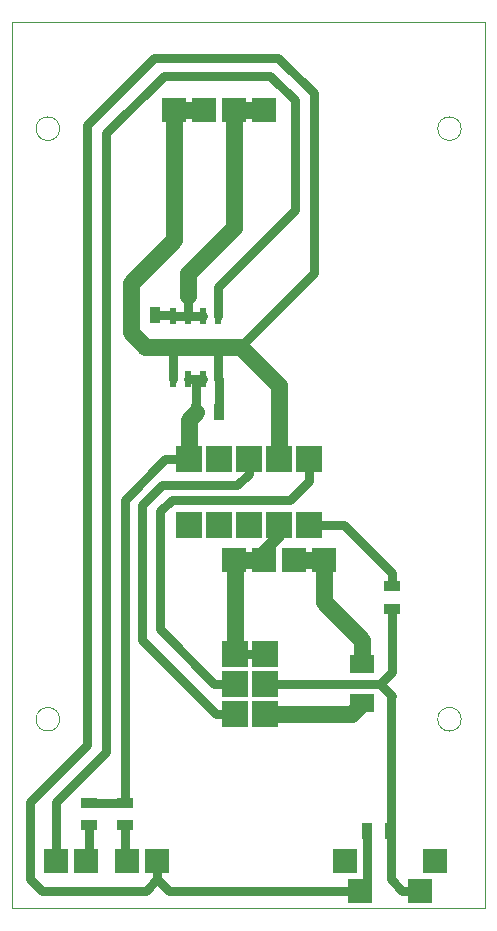
<source format=gbr>
G04 (created by PCBNEW (2013-07-07 BZR 4022)-stable) date 27/08/2014 13:54:50*
%MOIN*%
G04 Gerber Fmt 3.4, Leading zero omitted, Abs format*
%FSLAX34Y34*%
G01*
G70*
G90*
G04 APERTURE LIST*
%ADD10C,0.00393701*%
%ADD11R,0.0787402X0.0787402*%
%ADD12R,0.0866142X0.0866142*%
%ADD13R,0.0236X0.0551*%
%ADD14R,0.055X0.035*%
%ADD15R,0.035X0.055*%
%ADD16R,0.08X0.06*%
%ADD17C,0.0314961*%
%ADD18C,0.0551181*%
%ADD19C,0.0393701*%
G04 APERTURE END LIST*
G54D10*
X14960Y25984D02*
G75*
G03X14960Y25984I-393J0D01*
G74*
G01*
X1574Y25984D02*
G75*
G03X1574Y25984I-393J0D01*
G74*
G01*
X1574Y6299D02*
G75*
G03X1574Y6299I-393J0D01*
G74*
G01*
X14960Y6299D02*
G75*
G03X14960Y6299I-393J0D01*
G74*
G01*
X15748Y29527D02*
X15748Y0D01*
X0Y29527D02*
X15748Y29527D01*
X0Y0D02*
X0Y29527D01*
X15748Y0D02*
X0Y0D01*
G54D11*
X3830Y1574D03*
X4830Y1574D03*
G54D12*
X8413Y8480D03*
X7413Y8480D03*
X8413Y7480D03*
X7413Y7480D03*
X8413Y6480D03*
X7413Y6480D03*
G54D13*
X5352Y19750D03*
X5352Y17650D03*
X5852Y19750D03*
X6352Y19750D03*
X6852Y19750D03*
X5852Y17650D03*
X6352Y17650D03*
X6852Y17650D03*
G54D14*
X12637Y9979D03*
X12637Y10729D03*
G54D15*
X11829Y2559D03*
X12579Y2559D03*
X4745Y19763D03*
X3995Y19763D03*
X6121Y16535D03*
X6871Y16535D03*
G54D14*
X2559Y3524D03*
X2559Y2774D03*
X3740Y3524D03*
X3740Y2774D03*
G54D11*
X2468Y1574D03*
X1468Y1574D03*
G54D12*
X9874Y12760D03*
X8874Y12760D03*
X7874Y12760D03*
X6874Y12760D03*
X5874Y12760D03*
X5874Y14960D03*
X6874Y14960D03*
X7874Y14960D03*
X8874Y14960D03*
X9874Y14960D03*
G54D16*
X11653Y8126D03*
X11653Y6826D03*
G54D11*
X5374Y26594D03*
X7374Y11594D03*
X6374Y26594D03*
X8374Y11594D03*
X7374Y26594D03*
X8374Y26594D03*
X9374Y11594D03*
X10374Y11594D03*
X13598Y590D03*
X11598Y590D03*
X11098Y1590D03*
X14098Y1590D03*
G54D17*
X5078Y14960D02*
X3740Y13622D01*
X5874Y14960D02*
X5078Y14960D01*
X3740Y13622D02*
X3740Y3524D01*
X6352Y17650D02*
X6152Y17650D01*
X6152Y17650D02*
X6121Y17619D01*
X6121Y16535D02*
X6121Y17619D01*
X6089Y17650D02*
X5852Y17650D01*
X6121Y17619D02*
X6089Y17650D01*
G54D18*
X5874Y14960D02*
X5874Y16288D01*
X5874Y16288D02*
X6121Y16535D01*
G54D17*
X3740Y3524D02*
X2559Y3524D01*
G54D18*
X8413Y6480D02*
X11307Y6480D01*
X11307Y6480D02*
X11653Y6826D01*
G54D17*
X12618Y3149D02*
X12618Y964D01*
X12618Y964D02*
X12992Y590D01*
X12618Y7106D02*
X12618Y3149D01*
X12618Y3149D02*
X12618Y2597D01*
X12618Y2597D02*
X12579Y2559D01*
X13598Y590D02*
X12992Y590D01*
X12637Y7086D02*
X12618Y7106D01*
X12618Y7106D02*
X12244Y7480D01*
X8413Y7480D02*
X12244Y7480D01*
X12637Y7874D02*
X12637Y9979D01*
X12244Y7480D02*
X12637Y7874D01*
X13598Y590D02*
X13346Y590D01*
X7413Y6480D02*
X6787Y6480D01*
X7874Y14488D02*
X7874Y14960D01*
X7480Y14094D02*
X7874Y14488D01*
X5000Y14094D02*
X7480Y14094D01*
X4330Y13425D02*
X5000Y14094D01*
X4330Y8937D02*
X4330Y13425D01*
X6787Y6480D02*
X4330Y8937D01*
X7413Y7480D02*
X6732Y7480D01*
X9874Y14244D02*
X9874Y14960D01*
X9251Y13622D02*
X9874Y14244D01*
X5314Y13622D02*
X9251Y13622D01*
X4921Y13228D02*
X5314Y13622D01*
X4921Y9291D02*
X4921Y13228D01*
X6732Y7480D02*
X4921Y9291D01*
G54D19*
X8374Y11594D02*
X8374Y11917D01*
X8874Y12417D02*
X8874Y12760D01*
X8374Y11917D02*
X8874Y12417D01*
G54D17*
X4830Y984D02*
X5224Y590D01*
X5224Y590D02*
X11598Y590D01*
X11598Y590D02*
X11829Y821D01*
X11829Y821D02*
X11829Y2559D01*
X4830Y1574D02*
X4830Y984D01*
X4830Y984D02*
X4437Y590D01*
X4437Y590D02*
X984Y590D01*
X984Y590D02*
X590Y984D01*
X590Y984D02*
X590Y3543D01*
X590Y3543D02*
X2500Y5452D01*
X2500Y5452D02*
X2500Y26122D01*
X2500Y26122D02*
X4724Y28346D01*
X4724Y28346D02*
X8858Y28346D01*
X8858Y28346D02*
X10039Y27165D01*
X10039Y27165D02*
X10039Y21181D01*
X10039Y21181D02*
X7578Y18720D01*
X7413Y8480D02*
X8413Y8480D01*
X6871Y16535D02*
X6871Y17632D01*
X6871Y17632D02*
X6852Y17650D01*
X6852Y17650D02*
X6852Y18720D01*
X5352Y17650D02*
X5352Y18720D01*
G54D18*
X3957Y19448D02*
X3957Y20847D01*
X3957Y19191D02*
X3957Y19448D01*
X3957Y19448D02*
X3957Y19726D01*
X7413Y8480D02*
X7413Y11555D01*
X7413Y11555D02*
X7374Y11594D01*
X8413Y11555D02*
X8374Y11594D01*
X7578Y18720D02*
X6852Y18720D01*
X8874Y17425D02*
X7578Y18720D01*
X8874Y16456D02*
X8874Y17425D01*
X6852Y18720D02*
X5352Y18720D01*
X5352Y18720D02*
X4429Y18720D01*
X4429Y18720D02*
X3957Y19191D01*
X5374Y22263D02*
X3957Y20847D01*
X5374Y26594D02*
X5374Y22263D01*
X8874Y14960D02*
X8874Y16456D01*
X5374Y26594D02*
X6374Y26594D01*
X8374Y11594D02*
X7374Y11594D01*
G54D17*
X2559Y2774D02*
X2559Y1665D01*
X2559Y1862D02*
X2468Y1771D01*
X12637Y10729D02*
X12637Y11181D01*
X11058Y12760D02*
X9874Y12760D01*
X12637Y11181D02*
X11058Y12760D01*
X5852Y19750D02*
X5852Y20379D01*
G54D18*
X7374Y22688D02*
X5866Y21181D01*
X5866Y21181D02*
X5866Y20393D01*
X7374Y22688D02*
X7374Y26594D01*
G54D17*
X5852Y20379D02*
X5866Y20393D01*
X5852Y19750D02*
X6352Y19750D01*
X5352Y19750D02*
X5852Y19750D01*
X4745Y19763D02*
X5339Y19763D01*
X5339Y19763D02*
X5352Y19750D01*
G54D18*
X7374Y26594D02*
X8374Y26594D01*
X10374Y11594D02*
X9374Y11594D01*
X11653Y8126D02*
X11653Y8937D01*
X10374Y10216D02*
X10374Y11594D01*
X11653Y8937D02*
X10374Y10216D01*
G54D17*
X3110Y5196D02*
X3110Y25826D01*
X6852Y20710D02*
X9409Y23267D01*
X9409Y23267D02*
X9409Y26929D01*
X9409Y26929D02*
X8582Y27755D01*
X8582Y27755D02*
X5039Y27755D01*
X6852Y19750D02*
X6852Y20710D01*
X3110Y5196D02*
X1468Y3555D01*
X1468Y3555D02*
X1468Y1574D01*
X3110Y25826D02*
X5039Y27755D01*
X3740Y2774D02*
X3740Y1665D01*
X3740Y1862D02*
X3830Y1771D01*
M02*

</source>
